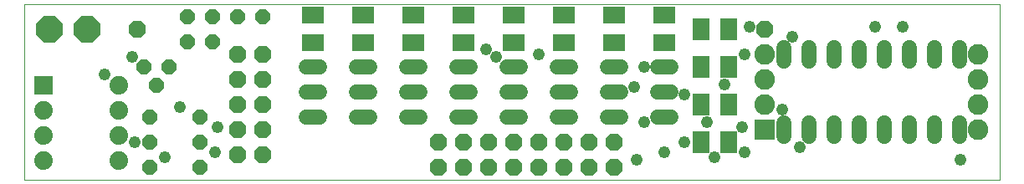
<source format=gts>
G75*
%MOIN*%
%OFA0B0*%
%FSLAX24Y24*%
%IPPOS*%
%LPD*%
%AMOC8*
5,1,8,0,0,1.08239X$1,22.5*
%
%ADD10C,0.0000*%
%ADD11R,0.0740X0.0740*%
%ADD12C,0.0740*%
%ADD13OC8,0.0600*%
%ADD14OC8,0.1080*%
%ADD15OC8,0.0680*%
%ADD16C,0.0820*%
%ADD17R,0.0820X0.0820*%
%ADD18C,0.0600*%
%ADD19R,0.0710X0.0867*%
%ADD20R,0.0867X0.0710*%
%ADD21C,0.0480*%
D10*
X000100Y000130D02*
X000100Y007126D01*
X038970Y007126D01*
X038970Y000130D01*
X000100Y000130D01*
D11*
X000850Y003880D03*
D12*
X003850Y003880D03*
X003850Y002880D03*
X000850Y002880D03*
X000850Y001880D03*
X003850Y001880D03*
X003850Y000880D03*
X000850Y000880D03*
D13*
X005100Y000630D03*
X007100Y000630D03*
X007100Y001630D03*
X005100Y001630D03*
X005100Y002630D03*
X007100Y002630D03*
X005350Y003880D03*
X004850Y004630D03*
X005850Y004630D03*
X006600Y005630D03*
X007600Y005630D03*
X007600Y006630D03*
X006600Y006630D03*
X008600Y006630D03*
X009600Y006630D03*
D14*
X002600Y006130D03*
X001100Y006130D03*
D15*
X004600Y006130D03*
X008600Y005130D03*
X009600Y005130D03*
X009600Y004130D03*
X008600Y004130D03*
X008600Y003130D03*
X009600Y003130D03*
X009600Y002130D03*
X008600Y002130D03*
X008600Y001130D03*
X009600Y001130D03*
X016600Y000630D03*
X017600Y000630D03*
X018600Y000630D03*
X019600Y000630D03*
X020600Y000630D03*
X021600Y000630D03*
X022600Y000630D03*
X023600Y000630D03*
X023600Y001630D03*
X022600Y001630D03*
X021600Y001630D03*
X020600Y001630D03*
X019600Y001630D03*
X018600Y001630D03*
X017600Y001630D03*
X016600Y001630D03*
X029600Y006130D03*
D16*
X029600Y005130D03*
X029600Y004130D03*
X029600Y003130D03*
X038100Y003130D03*
X038100Y002130D03*
X038100Y004130D03*
X038100Y005130D03*
D17*
X029600Y002130D03*
D18*
X030350Y001870D02*
X030350Y002390D01*
X031350Y002390D02*
X031350Y001870D01*
X032350Y001870D02*
X032350Y002390D01*
X033350Y002390D02*
X033350Y001870D01*
X034350Y001870D02*
X034350Y002390D01*
X035350Y002390D02*
X035350Y001870D01*
X036350Y001870D02*
X036350Y002390D01*
X037350Y002390D02*
X037350Y001870D01*
X025860Y002630D02*
X025340Y002630D01*
X023860Y002630D02*
X023340Y002630D01*
X021860Y002630D02*
X021340Y002630D01*
X019860Y002630D02*
X019340Y002630D01*
X017860Y002630D02*
X017340Y002630D01*
X015860Y002630D02*
X015340Y002630D01*
X013860Y002630D02*
X013340Y002630D01*
X011860Y002630D02*
X011340Y002630D01*
X011340Y003630D02*
X011860Y003630D01*
X013340Y003630D02*
X013860Y003630D01*
X015340Y003630D02*
X015860Y003630D01*
X017340Y003630D02*
X017860Y003630D01*
X019340Y003630D02*
X019860Y003630D01*
X021340Y003630D02*
X021860Y003630D01*
X023340Y003630D02*
X023860Y003630D01*
X025340Y003630D02*
X025860Y003630D01*
X025860Y004630D02*
X025340Y004630D01*
X023860Y004630D02*
X023340Y004630D01*
X021860Y004630D02*
X021340Y004630D01*
X019860Y004630D02*
X019340Y004630D01*
X017860Y004630D02*
X017340Y004630D01*
X015860Y004630D02*
X015340Y004630D01*
X013860Y004630D02*
X013340Y004630D01*
X011860Y004630D02*
X011340Y004630D01*
X030350Y004870D02*
X030350Y005390D01*
X031350Y005390D02*
X031350Y004870D01*
X032350Y004870D02*
X032350Y005390D01*
X033350Y005390D02*
X033350Y004870D01*
X034350Y004870D02*
X034350Y005390D01*
X035350Y005390D02*
X035350Y004870D01*
X036350Y004870D02*
X036350Y005390D01*
X037350Y005390D02*
X037350Y004870D01*
D19*
X028151Y004630D03*
X027049Y004630D03*
X027049Y006130D03*
X028151Y006130D03*
X028151Y003130D03*
X027049Y003130D03*
X027049Y001630D03*
X028151Y001630D03*
D20*
X025600Y005579D03*
X023600Y005579D03*
X021600Y005579D03*
X019600Y005579D03*
X017600Y005579D03*
X015600Y005579D03*
X013600Y005579D03*
X011600Y005579D03*
X011600Y006681D03*
X013600Y006681D03*
X015600Y006681D03*
X017600Y006681D03*
X019600Y006681D03*
X021600Y006681D03*
X023600Y006681D03*
X025600Y006681D03*
D21*
X029000Y006230D03*
X030700Y005830D03*
X028800Y005130D03*
X024800Y004630D03*
X028000Y003930D03*
X026400Y003530D03*
X024400Y003830D03*
X030300Y002930D03*
X027300Y002430D03*
X028700Y002230D03*
X026400Y001630D03*
X025600Y001230D03*
X024500Y000930D03*
X027600Y001030D03*
X028800Y001230D03*
X031000Y001430D03*
X024800Y002430D03*
X037400Y000930D03*
X018900Y005030D03*
X018500Y005330D03*
X020600Y005130D03*
X034000Y006230D03*
X035100Y006230D03*
X007800Y002230D03*
X004500Y001630D03*
X005700Y001030D03*
X007700Y001230D03*
X006300Y003030D03*
X003300Y004330D03*
X004400Y005030D03*
M02*

</source>
